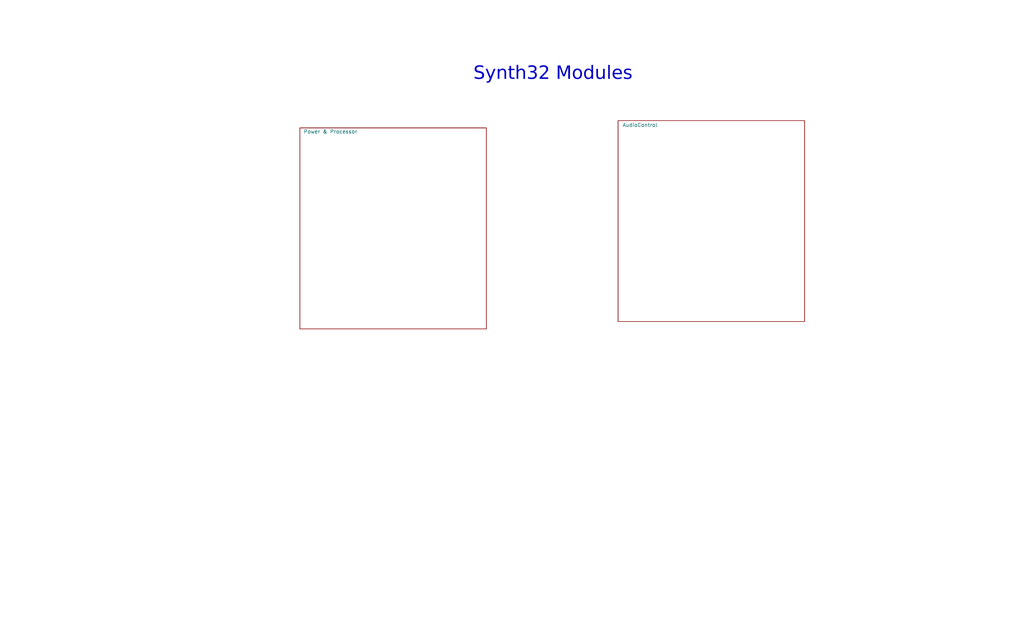
<source format=kicad_sch>
(kicad_sch
	(version 20250114)
	(generator "eeschema")
	(generator_version "9.0")
	(uuid "718f017d-28fe-4e29-b548-40db8e21cec7")
	(paper "USLegal")
	(title_block
		(title "Top Interconnect")
		(date "2025-11-28")
		(rev "3.2")
		(comment 1 "In Development ")
	)
	(lib_symbols)
	(text "Synth32 Modules"
		(exclude_from_sim no)
		(at 192.024 26.924 0)
		(effects
			(font
				(face "Comic Sans MS")
				(size 4.572 4.572)
			)
		)
		(uuid "ec9b11fc-1df5-4fcb-a35b-b68ddf65ba4d")
	)
	(sheet
		(at 104.14 44.45)
		(size 64.77 69.85)
		(exclude_from_sim no)
		(in_bom yes)
		(on_board yes)
		(dnp no)
		(stroke
			(width 0.1524)
			(type solid)
		)
		(fill
			(color 0 0 0 0.0000)
		)
		(uuid "33a531ad-adab-44e4-8605-e758909b7125")
		(property "Sheetname" "Power & Processor"
			(at 105.41 46.482 0)
			(effects
				(font
					(size 1.27 1.27)
				)
				(justify left bottom)
			)
		)
		(property "Sheetfile" "PowerProcessor.kicad_sch"
			(at 104.14 85.6746 0)
			(effects
				(font
					(size 1.27 1.27)
				)
				(justify left top)
				(hide yes)
			)
		)
		(instances
			(project "Synth32"
				(path "/718f017d-28fe-4e29-b548-40db8e21cec7"
					(page "20")
				)
			)
		)
	)
	(sheet
		(at 214.63 41.91)
		(size 64.77 69.85)
		(exclude_from_sim no)
		(in_bom yes)
		(on_board yes)
		(dnp no)
		(stroke
			(width 0.1524)
			(type solid)
		)
		(fill
			(color 0 0 0 0.0000)
		)
		(uuid "92fe7bea-64b6-40b3-8e51-c7dbcedff8cc")
		(property "Sheetname" "AudioControl"
			(at 216.154 44.196 0)
			(effects
				(font
					(size 1.27 1.27)
				)
				(justify left bottom)
			)
		)
		(property "Sheetfile" "AudioControl.kicad_sch"
			(at 214.63 81.8646 0)
			(effects
				(font
					(size 1.27 1.27)
				)
				(justify left top)
				(hide yes)
			)
		)
		(instances
			(project "Synth32"
				(path "/718f017d-28fe-4e29-b548-40db8e21cec7"
					(page "2")
				)
			)
		)
	)
	(sheet_instances
		(path "/"
			(page "1")
		)
	)
	(embedded_fonts no)
)

</source>
